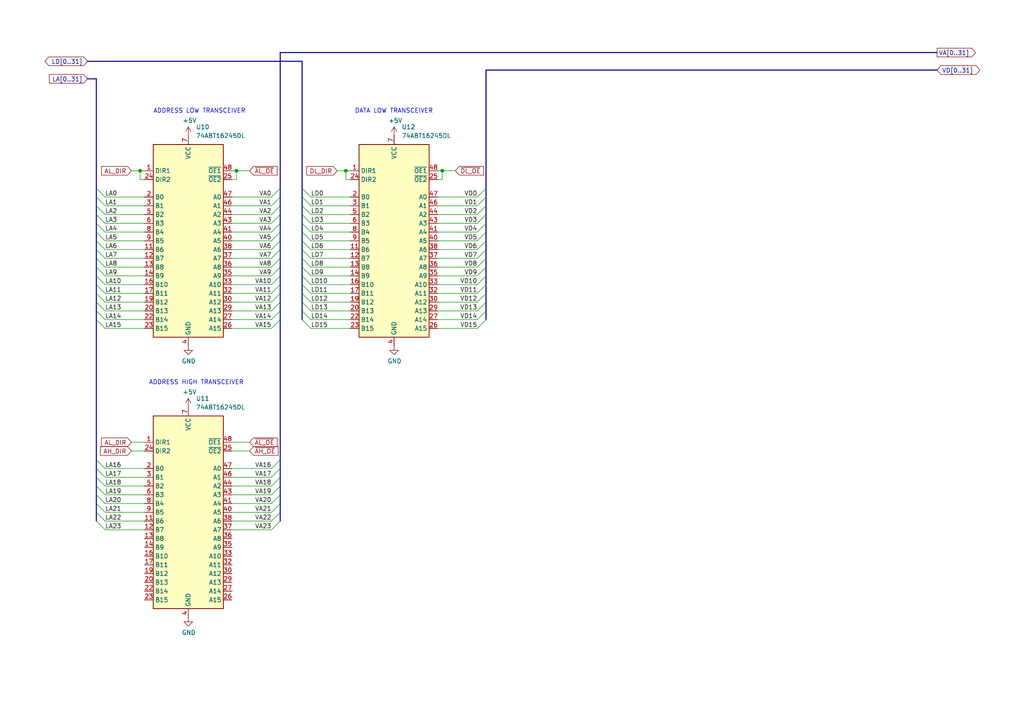
<source format=kicad_sch>
(kicad_sch (version 20231120) (generator "eeschema") (generator_version "8.0")
  (paper "A4")
  (title_block (title "k30-VME32") (rev "1"))
  (junction (at 430.53 127))
  (junction (at 464.82 45.72))
  (junction (at 430.53 134.62))
  (junction (at 427.99 45.72))
  (junction (at 368.3 130.81))
  (junction (at 430.53 132.08))
  (junction (at 430.53 121.92))
  (junction (at 100.33 49.53))
  (junction (at 128.27 49.53))
  (junction (at 430.53 119.38))
  (junction (at 68.58 49.53))
  (junction (at 431.8 111.76))
  (junction (at 492.76 45.72))
  (junction (at 459.74 111.76))
  (junction (at 340.36 130.81))
  (junction (at 430.53 129.54))
  (junction (at 430.53 124.46))
  (junction (at 40.64 49.53))
  (junction (at 400.05 45.72))
  (bus_entry (at 138.43 72.39) (size 2.54 -2.54))
  (bus_entry (at 78.74 95.25) (size 2.54 -2.54))
  (bus_entry (at 30.48 151.13) (size -2.54 -2.54))
  (bus_entry (at 450.85 55.88) (size -2.54 -2.54))
  (bus_entry (at 330.2 168.91) (size -2.54 -2.54))
  (bus_entry (at 469.9 157.48) (size 2.54 -2.54))
  (bus_entry (at 90.17 77.47) (size -2.54 -2.54))
  (bus_entry (at 138.43 77.47) (size 2.54 -2.54))
  (bus_entry (at 30.48 82.55) (size -2.54 -2.54))
  (bus_entry (at 330.2 143.51) (size -2.54 -2.54))
  (bus_entry (at 138.43 67.31) (size 2.54 -2.54))
  (bus_entry (at 506.73 81.28) (size 2.54 -2.54))
  (bus_entry (at 440.69 86.36) (size 2.54 -2.54))
  (bus_entry (at 330.2 171.45) (size -2.54 -2.54))
  (bus_entry (at 330.2 153.67) (size -2.54 -2.54))
  (bus_entry (at 387.35 86.36) (size -2.54 -2.54))
  (bus_entry (at 450.85 78.74) (size -2.54 -2.54))
  (bus_entry (at 138.43 87.63) (size 2.54 -2.54))
  (bus_entry (at 469.9 132.08) (size 2.54 -2.54))
  (bus_entry (at 387.35 58.42) (size -2.54 -2.54))
  (bus_entry (at 78.74 62.23) (size 2.54 -2.54))
  (bus_entry (at 90.17 67.31) (size -2.54 -2.54))
  (bus_entry (at 138.43 80.01) (size 2.54 -2.54))
  (bus_entry (at 450.85 63.5) (size -2.54 -2.54))
  (bus_entry (at 80.01 227.33) (size 2.54 -2.54))
  (bus_entry (at 90.17 64.77) (size -2.54 -2.54))
  (bus_entry (at 30.48 153.67) (size -2.54 -2.54))
  (bus_entry (at 30.48 146.05) (size -2.54 -2.54))
  (bus_entry (at 469.9 129.54) (size 2.54 -2.54))
  (bus_entry (at 78.74 148.59) (size 2.54 -2.54))
  (bus_entry (at 30.48 80.01) (size -2.54 -2.54))
  (bus_entry (at 138.43 62.23) (size 2.54 -2.54))
  (bus_entry (at 387.35 68.58) (size -2.54 -2.54))
  (bus_entry (at 469.9 124.46) (size 2.54 -2.54))
  (bus_entry (at 450.85 76.2) (size -2.54 -2.54))
  (bus_entry (at 440.69 53.34) (size 2.54 -2.54))
  (bus_entry (at 387.35 78.74) (size -2.54 -2.54))
  (bus_entry (at 387.35 81.28) (size -2.54 -2.54))
  (bus_entry (at 506.73 53.34) (size 2.54 -2.54))
  (bus_entry (at 469.9 139.7) (size 2.54 -2.54))
  (bus_entry (at 30.48 87.63) (size -2.54 -2.54))
  (bus_entry (at 469.9 137.16) (size 2.54 -2.54))
  (bus_entry (at 440.69 58.42) (size 2.54 -2.54))
  (bus_entry (at 506.73 76.2) (size 2.54 -2.54))
  (bus_entry (at 80.01 232.41) (size 2.54 -2.54))
  (bus_entry (at 440.69 66.04) (size 2.54 -2.54))
  (bus_entry (at 387.35 55.88) (size -2.54 -2.54))
  (bus_entry (at 31.75 242.57) (size -2.54 -2.54))
  (bus_entry (at 378.46 166.37) (size 2.54 -2.54))
  (bus_entry (at 387.35 76.2) (size -2.54 -2.54))
  (bus_entry (at 387.35 71.12) (size -2.54 -2.54))
  (bus_entry (at 469.9 147.32) (size 2.54 -2.54))
  (bus_entry (at 31.75 229.87) (size -2.54 -2.54))
  (bus_entry (at 78.74 143.51) (size 2.54 -2.54))
  (bus_entry (at 90.17 90.17) (size -2.54 -2.54))
  (bus_entry (at 450.85 60.96) (size -2.54 -2.54))
  (bus_entry (at 80.01 229.87) (size 2.54 -2.54))
  (bus_entry (at 450.85 66.04) (size -2.54 -2.54))
  (bus_entry (at 378.46 143.51) (size 2.54 -2.54))
  (bus_entry (at 78.74 59.69) (size 2.54 -2.54))
  (bus_entry (at 387.35 66.04) (size -2.54 -2.54))
  (bus_entry (at 450.85 73.66) (size -2.54 -2.54))
  (bus_entry (at 378.46 156.21) (size 2.54 -2.54))
  (bus_entry (at 378.46 171.45) (size 2.54 -2.54))
  (bus_entry (at 330.2 138.43) (size -2.54 -2.54))
  (bus_entry (at 90.17 72.39) (size -2.54 -2.54))
  (bus_entry (at 440.69 55.88) (size 2.54 -2.54))
  (bus_entry (at 78.74 140.97) (size 2.54 -2.54))
  (bus_entry (at 424.18 154.94) (size -2.54 -2.54))
  (bus_entry (at 506.73 63.5) (size 2.54 -2.54))
  (bus_entry (at 30.48 62.23) (size -2.54 -2.54))
  (bus_entry (at 138.43 95.25) (size 2.54 -2.54))
  (bus_entry (at 78.74 64.77) (size 2.54 -2.54))
  (bus_entry (at 80.01 234.95) (size 2.54 -2.54))
  (bus_entry (at 30.48 85.09) (size -2.54 -2.54))
  (bus_entry (at 30.48 64.77) (size -2.54 -2.54))
  (bus_entry (at 78.74 77.47) (size 2.54 -2.54))
  (bus_entry (at 378.46 148.59) (size 2.54 -2.54))
  (bus_entry (at 424.18 139.7) (size -2.54 -2.54))
  (bus_entry (at 78.74 69.85) (size 2.54 -2.54))
  (bus_entry (at 469.9 154.94) (size 2.54 -2.54))
  (bus_entry (at 30.48 92.71) (size -2.54 -2.54))
  (bus_entry (at 90.17 87.63) (size -2.54 -2.54))
  (bus_entry (at 78.74 57.15) (size 2.54 -2.54))
  (bus_entry (at 387.35 88.9) (size -2.54 -2.54))
  (bus_entry (at 440.69 76.2) (size 2.54 -2.54))
  (bus_entry (at 80.01 237.49) (size 2.54 -2.54))
  (bus_entry (at 78.74 74.93) (size 2.54 -2.54))
  (bus_entry (at 90.17 57.15) (size -2.54 -2.54))
  (bus_entry (at 90.17 80.01) (size -2.54 -2.54))
  (bus_entry (at 378.46 176.53) (size 2.54 -2.54))
  (bus_entry (at 330.2 161.29) (size -2.54 -2.54))
  (bus_entry (at 378.46 173.99) (size 2.54 -2.54))
  (bus_entry (at 30.48 95.25) (size -2.54 -2.54))
  (bus_entry (at 440.69 73.66) (size 2.54 -2.54))
  (bus_entry (at 138.43 82.55) (size 2.54 -2.54))
  (bus_entry (at 424.18 142.24) (size -2.54 -2.54))
  (bus_entry (at 138.43 69.85) (size 2.54 -2.54))
  (bus_entry (at 506.73 73.66) (size 2.54 -2.54))
  (bus_entry (at 424.18 147.32) (size -2.54 -2.54))
  (bus_entry (at 90.17 82.55) (size -2.54 -2.54))
  (bus_entry (at 78.74 138.43) (size 2.54 -2.54))
  (bus_entry (at 30.48 59.69) (size -2.54 -2.54))
  (bus_entry (at 78.74 151.13) (size 2.54 -2.54))
  (bus_entry (at 80.01 242.57) (size 2.54 -2.54))
  (bus_entry (at 506.73 60.96) (size 2.54 -2.54))
  (bus_entry (at 30.48 74.93) (size -2.54 -2.54))
  (bus_entry (at 330.2 173.99) (size -2.54 -2.54))
  (bus_entry (at 450.85 53.34) (size -2.54 -2.54))
  (bus_entry (at 440.69 88.9) (size 2.54 -2.54))
  (bus_entry (at 138.43 90.17) (size 2.54 -2.54))
  (bus_entry (at 424.18 157.48) (size -2.54 -2.54))
  (bus_entry (at 378.46 163.83) (size 2.54 -2.54))
  (bus_entry (at 469.9 142.24) (size 2.54 -2.54))
  (bus_entry (at 30.48 69.85) (size -2.54 -2.54))
  (bus_entry (at 450.85 71.12) (size -2.54 -2.54))
  (bus_entry (at 378.46 161.29) (size 2.54 -2.54))
  (bus_entry (at 330.2 166.37) (size -2.54 -2.54))
  (bus_entry (at 440.69 83.82) (size 2.54 -2.54))
  (bus_entry (at 138.43 85.09) (size 2.54 -2.54))
  (bus_entry (at 31.75 232.41) (size -2.54 -2.54))
  (bus_entry (at 387.35 91.44) (size -2.54 -2.54))
  (bus_entry (at 506.73 71.12) (size 2.54 -2.54))
  (bus_entry (at 31.75 237.49) (size -2.54 -2.54))
  (bus_entry (at 30.48 138.43) (size -2.54 -2.54))
  (bus_entry (at 78.74 85.09) (size 2.54 -2.54))
  (bus_entry (at 450.85 83.82) (size -2.54 -2.54))
  (bus_entry (at 378.46 158.75) (size 2.54 -2.54))
  (bus_entry (at 506.73 55.88) (size 2.54 -2.54))
  (bus_entry (at 506.73 88.9) (size 2.54 -2.54))
  (bus_entry (at 450.85 58.42) (size -2.54 -2.54))
  (bus_entry (at 469.9 121.92) (size 2.54 -2.54))
  (bus_entry (at 469.9 119.38) (size 2.54 -2.54))
  (bus_entry (at 80.01 240.03) (size 2.54 -2.54))
  (bus_entry (at 506.73 68.58) (size 2.54 -2.54))
  (bus_entry (at 469.9 144.78) (size 2.54 -2.54))
  (bus_entry (at 378.46 146.05) (size 2.54 -2.54))
  (bus_entry (at 138.43 74.93) (size 2.54 -2.54))
  (bus_entry (at 31.75 227.33) (size -2.54 -2.54))
  (bus_entry (at 378.46 151.13) (size 2.54 -2.54))
  (bus_entry (at 138.43 59.69) (size 2.54 -2.54))
  (bus_entry (at 31.75 240.03) (size -2.54 -2.54))
  (bus_entry (at 90.17 69.85) (size -2.54 -2.54))
  (bus_entry (at 90.17 85.09) (size -2.54 -2.54))
  (bus_entry (at 78.74 146.05) (size 2.54 -2.54))
  (bus_entry (at 90.17 74.93) (size -2.54 -2.54))
  (bus_entry (at 330.2 140.97) (size -2.54 -2.54))
  (bus_entry (at 30.48 72.39) (size -2.54 -2.54))
  (bus_entry (at 506.73 78.74) (size 2.54 -2.54))
  (bus_entry (at 440.69 60.96) (size 2.54 -2.54))
  (bus_entry (at 387.35 63.5) (size -2.54 -2.54))
  (bus_entry (at 387.35 83.82) (size -2.54 -2.54))
  (bus_entry (at 30.48 140.97) (size -2.54 -2.54))
  (bus_entry (at 30.48 143.51) (size -2.54 -2.54))
  (bus_entry (at 469.9 134.62) (size 2.54 -2.54))
  (bus_entry (at 506.73 86.36) (size 2.54 -2.54))
  (bus_entry (at 378.46 138.43) (size 2.54 -2.54))
  (bus_entry (at 78.74 87.63) (size 2.54 -2.54))
  (bus_entry (at 90.17 92.71) (size -2.54 -2.54))
  (bus_entry (at 424.18 152.4) (size -2.54 -2.54))
  (bus_entry (at 469.9 127) (size 2.54 -2.54))
  (bus_entry (at 440.69 63.5) (size 2.54 -2.54))
  (bus_entry (at 30.48 90.17) (size -2.54 -2.54))
  (bus_entry (at 30.48 67.31) (size -2.54 -2.54))
  (bus_entry (at 30.48 57.15) (size -2.54 -2.54))
  (bus_entry (at 440.69 78.74) (size 2.54 -2.54))
  (bus_entry (at 424.18 149.86) (size -2.54 -2.54))
  (bus_entry (at 31.75 224.79) (size -2.54 -2.54))
  (bus_entry (at 138.43 57.15) (size 2.54 -2.54))
  (bus_entry (at 78.74 135.89) (size 2.54 -2.54))
  (bus_entry (at 450.85 86.36) (size -2.54 -2.54))
  (bus_entry (at 330.2 163.83) (size -2.54 -2.54))
  (bus_entry (at 387.35 73.66) (size -2.54 -2.54))
  (bus_entry (at 506.73 91.44) (size 2.54 -2.54))
  (bus_entry (at 506.73 83.82) (size 2.54 -2.54))
  (bus_entry (at 330.2 176.53) (size -2.54 -2.54))
  (bus_entry (at 330.2 156.21) (size -2.54 -2.54))
  (bus_entry (at 450.85 68.58) (size -2.54 -2.54))
  (bus_entry (at 506.73 58.42) (size 2.54 -2.54))
  (bus_entry (at 78.74 92.71) (size 2.54 -2.54))
  (bus_entry (at 330.2 148.59) (size -2.54 -2.54))
  (bus_entry (at 450.85 88.9) (size -2.54 -2.54))
  (bus_entry (at 330.2 158.75) (size -2.54 -2.54))
  (bus_entry (at 78.74 90.17) (size 2.54 -2.54))
  (bus_entry (at 378.46 140.97) (size 2.54 -2.54))
  (bus_entry (at 469.9 152.4) (size 2.54 -2.54))
  (bus_entry (at 440.69 68.58) (size 2.54 -2.54))
  (bus_entry (at 440.69 81.28) (size 2.54 -2.54))
  (bus_entry (at 90.17 62.23) (size -2.54 -2.54))
  (bus_entry (at 31.75 234.95) (size -2.54 -2.54))
  (bus_entry (at 450.85 91.44) (size -2.54 -2.54))
  (bus_entry (at 440.69 91.44) (size 2.54 -2.54))
  (bus_entry (at 440.69 71.12) (size 2.54 -2.54))
  (bus_entry (at 90.17 59.69) (size -2.54 -2.54))
  (bus_entry (at 80.01 224.79) (size 2.54 -2.54))
  (bus_entry (at 424.18 144.78) (size -2.54 -2.54))
  (bus_entry (at 450.85 81.28) (size -2.54 -2.54))
  (bus_entry (at 330.2 151.13) (size -2.54 -2.54))
  (bus_entry (at 469.9 149.86) (size 2.54 -2.54))
  (bus_entry (at 378.46 168.91) (size 2.54 -2.54))
  (bus_entry (at 78.74 153.67) (size 2.54 -2.54))
  (bus_entry (at 90.17 95.25) (size -2.54 -2.54))
  (bus_entry (at 378.46 153.67) (size 2.54 -2.54))
  (bus_entry (at 78.74 80.01) (size 2.54 -2.54))
  (bus_entry (at 387.35 60.96) (size -2.54 -2.54))
  (bus_entry (at 506.73 66.04) (size 2.54 -2.54))
  (bus_entry (at 138.43 64.77) (size 2.54 -2.54))
  (bus_entry (at 30.48 135.89) (size -2.54 -2.54))
  (bus_entry (at 78.74 72.39) (size 2.54 -2.54))
  (bus_entry (at 30.48 148.59) (size -2.54 -2.54))
  (bus_entry (at 330.2 146.05) (size -2.54 -2.54))
  (bus_entry (at 78.74 67.31) (size 2.54 -2.54))
  (bus_entry (at 138.43 92.71) (size 2.54 -2.54))
  (bus_entry (at 30.48 77.47) (size -2.54 -2.54))
  (bus_entry (at 78.74 82.55) (size 2.54 -2.54))
  (bus_entry (at 387.35 53.34) (size -2.54 -2.54))
  (bus (pts (xy 29.21 234.95) (xy 29.21 237.49)))
  (wire (pts (xy 41.91 148.59) (xy 30.48 148.59)))
  (bus (pts (xy 87.63 64.77) (xy 87.63 67.31)))
  (bus (pts (xy 327.66 146.05) (xy 327.66 148.59)))
  (wire (pts (xy 458.47 157.48) (xy 469.9 157.48)))
  (wire (pts (xy 458.47 154.94) (xy 469.9 154.94)))
  (wire (pts (xy 491.49 58.42) (xy 506.73 58.42)))
  (bus (pts (xy 29.21 232.41) (xy 29.21 234.95)))
  (bus (pts (xy 140.97 77.47) (xy 140.97 80.01)))
  (bus (pts (xy 82.55 232.41) (xy 82.55 234.95)))
  (bus (pts (xy 509.27 53.34) (xy 509.27 55.88)))
  (bus (pts (xy 381 158.75) (xy 381 161.29)))
  (bus (pts (xy 448.31 60.96) (xy 448.31 58.42)))
  (bus (pts (xy 509.27 83.82) (xy 509.27 86.36)))
  (wire (pts (xy 491.49 91.44) (xy 506.73 91.44)))
  (wire (pts (xy 101.6 52.07) (xy 100.33 52.07)))
  (wire (pts (xy 100.33 49.53) (xy 101.6 49.53)))
  (bus (pts (xy 87.63 77.47) (xy 87.63 80.01)))
  (wire (pts (xy 433.07 157.48) (xy 424.18 157.48)))
  (bus (pts (xy 81.28 15.24) (xy 81.28 54.61)))
  (bus (pts (xy 327.66 166.37) (xy 327.66 168.91)))
  (wire (pts (xy 341.63 171.45) (xy 330.2 171.45)))
  (wire (pts (xy 367.03 168.91) (xy 378.46 168.91)))
  (wire (pts (xy 68.58 240.03) (xy 80.01 240.03)))
  (wire (pts (xy 67.31 72.39) (xy 78.74 72.39)))
  (wire (pts (xy 340.36 133.35) (xy 340.36 130.81)))
  (wire (pts (xy 426.72 88.9) (xy 440.69 88.9)))
  (wire (pts (xy 80.01 232.41) (xy 68.58 232.41)))
  (wire (pts (xy 424.18 139.7) (xy 433.07 139.7)))
  (wire (pts (xy 330.2 158.75) (xy 341.63 158.75)))
  (wire (pts (xy 491.49 55.88) (xy 506.73 55.88)))
  (wire (pts (xy 43.18 240.03) (xy 31.75 240.03)))
  (wire (pts (xy 41.91 74.93) (xy 30.48 74.93)))
  (wire (pts (xy 387.35 60.96) (xy 401.32 60.96)))
  (wire (pts (xy 367.03 143.51) (xy 378.46 143.51)))
  (wire (pts (xy 378.46 166.37) (xy 367.03 166.37)))
  (wire (pts (xy 78.74 64.77) (xy 67.31 64.77)))
  (wire (pts (xy 430.53 119.38) (xy 430.53 121.92)))
  (wire (pts (xy 401.32 63.5) (xy 387.35 63.5)))
  (wire (pts (xy 138.43 85.09) (xy 127 85.09)))
  (bus (pts (xy 381 151.13) (xy 381 153.67)))
  (bus (pts (xy 327.66 158.75) (xy 327.66 161.29)))
  (bus (pts (xy 87.63 57.15) (xy 87.63 59.69)))
  (bus (pts (xy 448.31 53.34) (xy 448.31 50.8)))
  (bus (pts (xy 448.31 55.88) (xy 448.31 53.34)))
  (wire (pts (xy 458.47 127) (xy 469.9 127)))
  (bus (pts (xy 472.44 147.32) (xy 472.44 149.86)))
  (bus (pts (xy 81.28 62.23) (xy 81.28 64.77)))
  (wire (pts (xy 458.47 137.16) (xy 469.9 137.16)))
  (wire (pts (xy 67.31 49.53) (xy 68.58 49.53)))
  (wire (pts (xy 426.72 91.44) (xy 440.69 91.44)))
  (wire (pts (xy 401.32 58.42) (xy 387.35 58.42)))
  (wire (pts (xy 427.99 48.26) (xy 427.99 45.72)))
  (wire (pts (xy 100.33 52.07) (xy 100.33 49.53)))
  (wire (pts (xy 450.85 73.66) (xy 466.09 73.66)))
  (wire (pts (xy 127 67.31) (xy 138.43 67.31)))
  (bus (pts (xy 443.23 53.34) (xy 443.23 55.88)))
  (wire (pts (xy 67.31 153.67) (xy 78.74 153.67)))
  (bus (pts (xy 472.44 132.08) (xy 472.44 134.62)))
  (wire (pts (xy 433.07 154.94) (xy 424.18 154.94)))
  (wire (pts (xy 429.26 111.76) (xy 431.8 111.76)))
  (wire (pts (xy 127 62.23) (xy 138.43 62.23)))
  (bus (pts (xy 140.97 20.32) (xy 271.78 20.32)))
  (wire (pts (xy 450.85 60.96) (xy 466.09 60.96)))
  (bus (pts (xy 27.94 54.61) (xy 27.94 57.15)))
  (wire (pts (xy 41.91 87.63) (xy 30.48 87.63)))
  (wire (pts (xy 401.32 55.88) (xy 387.35 55.88)))
  (bus (pts (xy 81.28 15.24) (xy 271.78 15.24)))
  (bus (pts (xy 448.31 68.58) (xy 448.31 66.04)))
  (wire (pts (xy 67.31 74.93) (xy 78.74 74.93)))
  (bus (pts (xy 82.55 237.49) (xy 82.55 240.03)))
  (bus (pts (xy 384.81 55.88) (xy 384.81 58.42)))
  (bus (pts (xy 384.81 20.32) (xy 384.81 50.8)))
  (bus (pts (xy 448.31 76.2) (xy 448.31 73.66)))
  (wire (pts (xy 68.58 52.07) (xy 68.58 49.53)))
  (wire (pts (xy 466.09 91.44) (xy 450.85 91.44)))
  (wire (pts (xy 491.49 86.36) (xy 506.73 86.36)))
  (bus (pts (xy 327.66 148.59) (xy 327.66 151.13)))
  (bus (pts (xy 443.23 66.04) (xy 443.23 68.58)))
  (wire (pts (xy 367.03 176.53) (xy 378.46 176.53)))
  (wire (pts (xy 80.01 224.79) (xy 68.58 224.79)))
  (wire (pts (xy 466.09 66.04) (xy 450.85 66.04)))
  (bus (pts (xy 448.31 78.74) (xy 448.31 76.2)))
  (wire (pts (xy 459.74 114.3) (xy 459.74 111.76)))
  (bus (pts (xy 27.94 57.15) (xy 27.94 59.69)))
  (bus (pts (xy 509.27 66.04) (xy 509.27 68.58)))
  (wire (pts (xy 68.58 237.49) (xy 80.01 237.49)))
  (bus (pts (xy 27.94 62.23) (xy 27.94 64.77)))
  (wire (pts (xy 430.53 127) (xy 430.53 129.54)))
  (bus (pts (xy 29.21 229.87) (xy 29.21 232.41)))
  (bus (pts (xy 82.55 222.25) (xy 82.55 224.79)))
  (bus (pts (xy 384.81 53.34) (xy 384.81 55.88)))
  (wire (pts (xy 458.47 134.62) (xy 469.9 134.62)))
  (bus (pts (xy 472.44 124.46) (xy 472.44 127)))
  (bus (pts (xy 87.63 69.85) (xy 87.63 72.39)))
  (wire (pts (xy 400.05 45.72) (xy 401.32 45.72)))
  (bus (pts (xy 421.64 147.32) (xy 421.64 144.78)))
  (bus (pts (xy 421.64 144.78) (xy 421.64 142.24)))
  (wire (pts (xy 127 69.85) (xy 138.43 69.85)))
  (bus (pts (xy 384.81 78.74) (xy 384.81 81.28)))
  (wire (pts (xy 440.69 81.28) (xy 426.72 81.28)))
  (bus (pts (xy 421.64 139.7) (xy 421.64 137.16)))
  (bus (pts (xy 448.31 83.82) (xy 448.31 81.28)))
  (wire (pts (xy 30.48 135.89) (xy 41.91 135.89)))
  (wire (pts (xy 426.72 48.26) (xy 427.99 48.26)))
  (bus (pts (xy 384.81 81.28) (xy 384.81 83.82)))
  (bus (pts (xy 27.94 82.55) (xy 27.94 85.09)))
  (bus (pts (xy 421.64 133.35) (xy 417.83 133.35)))
  (wire (pts (xy 127 59.69) (xy 138.43 59.69)))
  (bus (pts (xy 27.94 77.47) (xy 27.94 80.01)))
  (bus (pts (xy 509.27 71.12) (xy 509.27 73.66)))
  (wire (pts (xy 367.03 161.29) (xy 378.46 161.29)))
  (wire (pts (xy 67.31 87.63) (xy 78.74 87.63)))
  (wire (pts (xy 450.85 53.34) (xy 466.09 53.34)))
  (bus (pts (xy 29.21 227.33) (xy 29.21 229.87)))
  (wire (pts (xy 67.31 59.69) (xy 78.74 59.69)))
  (bus (pts (xy 140.97 64.77) (xy 140.97 67.31)))
  (wire (pts (xy 78.74 135.89) (xy 67.31 135.89)))
  (bus (pts (xy 384.81 63.5) (xy 384.81 66.04)))
  (bus (pts (xy 472.44 134.62) (xy 472.44 137.16)))
  (wire (pts (xy 41.91 72.39) (xy 30.48 72.39)))
  (wire (pts (xy 466.09 86.36) (xy 450.85 86.36)))
  (wire (pts (xy 458.47 152.4) (xy 469.9 152.4)))
  (wire (pts (xy 430.53 129.54) (xy 433.07 129.54)))
  (bus (pts (xy 381 143.51) (xy 381 146.05)))
  (bus (pts (xy 443.23 60.96) (xy 443.23 63.5)))
  (bus (pts (xy 140.97 59.69) (xy 140.97 62.23)))
  (bus (pts (xy 448.31 58.42) (xy 448.31 55.88)))
  (bus (pts (xy 81.28 67.31) (xy 81.28 69.85)))
  (bus (pts (xy 476.25 115.57) (xy 472.44 115.57)))
  (bus (pts (xy 81.28 77.47) (xy 81.28 80.01)))
  (wire (pts (xy 101.6 80.01) (xy 90.17 80.01)))
  (bus (pts (xy 87.63 90.17) (xy 87.63 92.71)))
  (wire (pts (xy 38.1 49.53) (xy 40.64 49.53)))
  (bus (pts (xy 29.21 224.79) (xy 29.21 227.33)))
  (bus (pts (xy 81.28 72.39) (xy 81.28 74.93)))
  (wire (pts (xy 68.58 242.57) (xy 80.01 242.57)))
  (wire (pts (xy 397.51 45.72) (xy 400.05 45.72)))
  (bus (pts (xy 27.94 148.59) (xy 27.94 151.13)))
  (bus (pts (xy 509.27 78.74) (xy 509.27 81.28)))
  (bus (pts (xy 327.66 163.83) (xy 327.66 166.37)))
  (bus (pts (xy 87.63 54.61) (xy 87.63 17.78)))
  (wire (pts (xy 41.91 67.31) (xy 30.48 67.31)))
  (bus (pts (xy 25.4 22.86) (xy 27.94 22.86)))
  (bus (pts (xy 381 171.45) (xy 381 173.99)))
  (wire (pts (xy 387.35 53.34) (xy 401.32 53.34)))
  (wire (pts (xy 67.31 128.27) (xy 72.39 128.27)))
  (wire (pts (xy 426.72 68.58) (xy 440.69 68.58)))
  (wire (pts (xy 430.53 121.92) (xy 433.07 121.92)))
  (wire (pts (xy 426.72 58.42) (xy 440.69 58.42)))
  (wire (pts (xy 43.18 229.87) (xy 31.75 229.87)))
  (wire (pts (xy 458.47 111.76) (xy 459.74 111.76)))
  (bus (pts (xy 443.23 86.36) (xy 443.23 88.9)))
  (wire (pts (xy 458.47 119.38) (xy 469.9 119.38)))
  (wire (pts (xy 101.6 92.71) (xy 90.17 92.71)))
  (wire (pts (xy 341.63 173.99) (xy 330.2 173.99)))
  (bus (pts (xy 381 161.29) (xy 381 163.83)))
  (bus (pts (xy 472.44 119.38) (xy 472.44 121.92)))
  (bus (pts (xy 384.81 86.36) (xy 384.81 88.9)))
  (wire (pts (xy 101.6 59.69) (xy 90.17 59.69)))
  (bus (pts (xy 509.27 63.5) (xy 509.27 66.04)))
  (bus (pts (xy 27.94 85.09) (xy 27.94 87.63)))
  (wire (pts (xy 67.31 138.43) (xy 78.74 138.43)))
  (bus (pts (xy 448.31 63.5) (xy 448.31 60.96)))
  (bus (pts (xy 443.23 76.2) (xy 443.23 78.74)))
  (wire (pts (xy 458.47 144.78) (xy 469.9 144.78)))
  (wire (pts (xy 67.31 92.71) (xy 78.74 92.71)))
  (bus (pts (xy 81.28 90.17) (xy 81.28 92.71)))
  (wire (pts (xy 424.18 147.32) (xy 433.07 147.32)))
  (bus (pts (xy 448.31 73.66) (xy 448.31 71.12)))
  (bus (pts (xy 327.66 168.91) (xy 327.66 171.45)))
  (bus (pts (xy 82.55 224.79) (xy 82.55 227.33)))
  (bus (pts (xy 443.23 55.88) (xy 443.23 58.42)))
  (bus (pts (xy 27.94 92.71) (xy 27.94 133.35)))
  (bus (pts (xy 421.64 149.86) (xy 421.64 147.32)))
  (wire (pts (xy 430.53 134.62) (xy 433.07 134.62)))
  (wire (pts (xy 430.53 132.08) (xy 430.53 134.62)))
  (bus (pts (xy 81.28 148.59) (xy 81.28 151.13)))
  (bus (pts (xy 509.27 68.58) (xy 509.27 71.12)))
  (bus (pts (xy 81.28 57.15) (xy 81.28 59.69)))
  (wire (pts (xy 458.47 147.32) (xy 469.9 147.32)))
  (bus (pts (xy 381 153.67) (xy 381 156.21)))
  (wire (pts (xy 430.53 132.08) (xy 433.07 132.08)))
  (wire (pts (xy 378.46 158.75) (xy 367.03 158.75)))
  (wire (pts (xy 138.43 57.15) (xy 127 57.15)))
  (wire (pts (xy 433.07 114.3) (xy 431.8 114.3)))
  (wire (pts (xy 401.32 66.04) (xy 387.35 66.04)))
  (bus (pts (xy 140.97 82.55) (xy 140.97 85.09)))
  (wire (pts (xy 78.74 85.09) (xy 67.31 85.09)))
  (wire (pts (xy 67.31 140.97) (xy 78.74 140.97)))
  (bus (pts (xy 443.23 83.82) (xy 443.23 86.36)))
  (wire (pts (xy 68.58 49.53) (xy 72.39 49.53)))
  (bus (pts (xy 509.27 50.8) (xy 509.27 53.34)))
  (wire (pts (xy 341.63 161.29) (xy 330.2 161.29)))
  (bus (pts (xy 448.31 50.8) (xy 448.31 20.32)))
  (wire (pts (xy 462.28 45.72) (xy 464.82 45.72)))
  (wire (pts (xy 43.18 234.95) (xy 31.75 234.95)))
  (wire (pts (xy 491.49 71.12) (xy 506.73 71.12)))
  (bus (pts (xy 29.21 222.25) (xy 29.21 224.79)))
  (bus (pts (xy 421.64 142.24) (xy 421.64 139.7)))
  (bus (pts (xy 472.44 137.16) (xy 472.44 139.7)))
  (wire (pts (xy 367.03 173.99) (xy 378.46 173.99)))
  (wire (pts (xy 367.03 148.59) (xy 378.46 148.59)))
  (bus (pts (xy 381 140.97) (xy 381 143.51)))
  (wire (pts (xy 433.07 144.78) (xy 424.18 144.78)))
  (wire (pts (xy 41.91 80.01) (xy 30.48 80.01)))
  (bus (pts (xy 384.81 58.42) (xy 384.81 60.96)))
  (bus (pts (xy 140.97 74.93) (xy 140.97 77.47)))
  (wire (pts (xy 506.73 53.34) (xy 491.49 53.34)))
  (bus (pts (xy 27.94 138.43) (xy 27.94 140.97)))
  (bus (pts (xy 472.44 139.7) (xy 472.44 142.24)))
  (bus (pts (xy 381 156.21) (xy 381 158.75)))
  (bus (pts (xy 81.28 59.69) (xy 81.28 62.23)))
  (wire (pts (xy 440.69 73.66) (xy 426.72 73.66)))
  (bus (pts (xy 327.66 138.43) (xy 327.66 140.97)))
  (bus (pts (xy 81.28 64.77) (xy 81.28 67.31)))
  (wire (pts (xy 41.91 153.67) (xy 30.48 153.67)))
  (bus (pts (xy 327.66 135.89) (xy 327.66 138.43)))
  (wire (pts (xy 341.63 153.67) (xy 330.2 153.67)))
  (wire (pts (xy 41.91 90.17) (xy 30.48 90.17)))
  (bus (pts (xy 421.64 154.94) (xy 421.64 152.4)))
  (wire (pts (xy 378.46 138.43) (xy 367.03 138.43)))
  (wire (pts (xy 458.47 149.86) (xy 469.9 149.86)))
  (bus (pts (xy 327.66 156.21) (xy 327.66 158.75)))
  (wire (pts (xy 78.74 143.51) (xy 67.31 143.51)))
  (wire (pts (xy 90.17 57.15) (xy 101.6 57.15)))
  (bus (pts (xy 448.31 20.32) (xy 384.81 20.32)))
  (bus (pts (xy 81.28 143.51) (xy 81.28 146.05)))
  (wire (pts (xy 337.82 130.81) (xy 340.36 130.81)))
  (bus (pts (xy 509.27 76.2) (xy 509.27 78.74)))
  (wire (pts (xy 367.03 153.67) (xy 378.46 153.67)))
  (wire (pts (xy 466.09 63.5) (xy 450.85 63.5)))
  (wire (pts (xy 31.75 224.79) (xy 43.18 224.79)))
  (wire (pts (xy 30.48 77.47) (xy 41.91 77.47)))
  (bus (pts (xy 384.81 76.2) (xy 384.81 78.74)))
  (bus (pts (xy 82.55 229.87) (xy 82.55 232.41)))
  (bus (pts (xy 87.63 72.39) (xy 87.63 74.93)))
  (wire (pts (xy 458.47 121.92) (xy 469.9 121.92)))
  (bus (pts (xy 443.23 68.58) (xy 443.23 71.12)))
  (wire (pts (xy 41.91 52.07) (xy 40.64 52.07)))
  (wire (pts (xy 67.31 95.25) (xy 78.74 95.25)))
  (wire (pts (xy 431.8 114.3) (xy 431.8 111.76)))
  (wire (pts (xy 491.49 88.9) (xy 506.73 88.9)))
  (wire (pts (xy 67.31 69.85) (xy 78.74 69.85)))
  (wire (pts (xy 101.6 95.25) (xy 90.17 95.25)))
  (bus (pts (xy 81.28 146.05) (xy 81.28 148.59)))
  (bus (pts (xy 448.31 71.12) (xy 448.31 68.58)))
  (bus (pts (xy 87.63 59.69) (xy 87.63 62.23)))
  (bus (pts (xy 472.44 144.78) (xy 472.44 147.32)))
  (bus (pts (xy 384.81 60.96) (xy 384.81 63.5)))
  (wire (pts (xy 464.82 48.26) (xy 464.82 45.72)))
  (wire (pts (xy 341.63 148.59) (xy 330.2 148.59)))
  (wire (pts (xy 101.6 72.39) (xy 90.17 72.39)))
  (wire (pts (xy 466.09 88.9) (xy 450.85 88.9)))
  (bus (pts (xy 448.31 66.04) (xy 448.31 63.5)))
  (wire (pts (xy 101.6 90.17) (xy 90.17 90.17)))
  (wire (pts (xy 426.72 83.82) (xy 440.69 83.82)))
  (bus (pts (xy 140.97 87.63) (xy 140.97 90.17)))
  (wire (pts (xy 67.31 148.59) (xy 78.74 148.59)))
  (wire (pts (xy 341.63 176.53) (xy 330.2 176.53)))
  (wire (pts (xy 101.6 87.63) (xy 90.17 87.63)))
  (wire (pts (xy 430.53 127) (xy 433.07 127)))
  (bus (pts (xy 27.94 59.69) (xy 27.94 62.23)))
  (wire (pts (xy 90.17 64.77) (xy 101.6 64.77)))
  (wire (pts (xy 341.63 163.83) (xy 330.2 163.83)))
  (bus (pts (xy 509.27 81.28) (xy 509.27 83.82)))
  (bus (pts (xy 81.28 133.35) (xy 81.28 135.89)))
  (bus (pts (xy 87.63 82.55) (xy 87.63 85.09)))
  (wire (pts (xy 458.47 132.08) (xy 469.9 132.08)))
  (bus (pts (xy 27.94 72.39) (xy 27.94 74.93)))
  (wire (pts (xy 466.09 58.42) (xy 450.85 58.42)))
  (bus (pts (xy 421.64 137.16) (xy 421.64 133.35)))
  (wire (pts (xy 127 80.01) (xy 138.43 80.01)))
  (bus (pts (xy 384.81 83.82) (xy 384.81 86.36)))
  (wire (pts (xy 491.49 63.5) (xy 506.73 63.5)))
  (bus (pts (xy 27.94 143.51) (xy 27.94 146.05)))
  (bus (pts (xy 443.23 50.8) (xy 443.23 53.34)))
  (wire (pts (xy 43.18 227.33) (xy 31.75 227.33)))
  (bus (pts (xy 82.55 234.95) (xy 82.55 237.49)))
  (bus (pts (xy 472.44 129.54) (xy 472.44 132.08)))
  (wire (pts (xy 415.29 119.38) (xy 430.53 119.38)))
  (wire (pts (xy 426.72 45.72) (xy 427.99 45.72)))
  (wire (pts (xy 426.72 63.5) (xy 440.69 63.5)))
  (bus (pts (xy 509.27 55.88) (xy 509.27 58.42)))
  (bus (pts (xy 327.66 143.51) (xy 327.66 146.05)))
  (wire (pts (xy 466.09 68.58) (xy 450.85 68.58)))
  (wire (pts (xy 67.31 130.81) (xy 72.39 130.81)))
  (bus (pts (xy 87.63 85.09) (xy 87.63 87.63)))
  (wire (pts (xy 426.72 55.88) (xy 440.69 55.88)))
  (wire (pts (xy 440.69 60.96) (xy 426.72 60.96)))
  (wire (pts (xy 38.1 128.27) (xy 41.91 128.27)))
  (wire (pts (xy 491.49 48.26) (xy 492.76 48.26)))
  (wire (pts (xy 430.53 129.54) (xy 430.53 132.08)))
  (wire (pts (xy 67.31 146.05) (xy 78.74 146.05)))
  (bus (pts (xy 421.64 152.4) (xy 421.64 149.86)))
  (wire (pts (xy 401.32 78.74) (xy 387.35 78.74)))
  (wire (pts (xy 30.48 64.77) (xy 41.91 64.77)))
  (bus (pts (xy 443.23 58.42) (xy 443.23 60.96)))
  (bus (pts (xy 472.44 127) (xy 472.44 129.54)))
  (wire (pts (xy 127 49.53) (xy 128.27 49.53)))
  (wire (pts (xy 401.32 48.26) (xy 400.05 48.26)))
  (bus (pts (xy 140.97 57.15) (xy 140.97 59.69)))
  (bus (pts (xy 87.63 54.61) (xy 87.63 57.15)))
  (bus (pts (xy 448.31 88.9) (xy 448.31 86.36)))
  (bus (pts (xy 472.44 142.24) (xy 472.44 144.78)))
  (bus (pts (xy 381 135.89) (xy 381 138.43)))
  (bus (pts (xy 509.27 60.96) (xy 509.27 63.5)))
  (bus (pts (xy 140.97 80.01) (xy 140.97 82.55)))
  (wire (pts (xy 67.31 62.23) (xy 78.74 62.23)))
  (wire (pts (xy 341.63 156.21) (xy 330.2 156.21)))
  (bus (pts (xy 87.63 17.78) (xy 25.4 17.78)))
  (bus (pts (xy 81.28 135.89) (xy 81.28 138.43)))
  (wire (pts (xy 68.58 234.95) (xy 80.01 234.95)))
  (wire (pts (xy 367.03 171.45) (xy 378.46 171.45)))
  (wire (pts (xy 387.35 73.66) (xy 401.32 73.66)))
  (wire (pts (xy 426.72 78.74) (xy 440.69 78.74)))
  (bus (pts (xy 27.94 80.01) (xy 27.94 82.55)))
  (wire (pts (xy 127 90.17) (xy 138.43 90.17)))
  (wire (pts (xy 506.73 73.66) (xy 491.49 73.66)))
  (bus (pts (xy 381 148.59) (xy 381 151.13)))
  (wire (pts (xy 466.09 55.88) (xy 450.85 55.88)))
  (bus (pts (xy 381 166.37) (xy 381 168.91)))
  (wire (pts (xy 43.18 237.49) (xy 31.75 237.49)))
  (wire (pts (xy 41.91 59.69) (xy 30.48 59.69)))
  (wire (pts (xy 127 95.25) (xy 138.43 95.25)))
  (wire (pts (xy 78.74 77.47) (xy 67.31 77.47)))
  (wire (pts (xy 430.53 134.62) (xy 430.53 137.16)))
  (bus (pts (xy 443.23 71.12) (xy 443.23 73.66)))
  (bus (pts (xy 381 168.91) (xy 381 171.45)))
  (wire (pts (xy 330.2 146.05) (xy 341.63 146.05)))
  (bus (pts (xy 448.31 86.36) (xy 448.31 83.82)))
  (wire (pts (xy 378.46 146.05) (xy 367.03 146.05)))
  (wire (pts (xy 464.82 45.72) (xy 466.09 45.72)))
  (bus (pts (xy 327.66 140.97) (xy 327.66 143.51)))
  (bus (pts (xy 81.28 82.55) (xy 81.28 85.09)))
  (wire (pts (xy 67.31 151.13) (xy 78.74 151.13)))
  (wire (pts (xy 367.03 133.35) (xy 368.3 133.35)))
  (wire (pts (xy 340.36 130.81) (xy 341.63 130.81)))
  (bus (pts (xy 87.63 62.23) (xy 87.63 64.77)))
  (bus (pts (xy 29.21 237.49) (xy 29.21 240.03)))
  (wire (pts (xy 67.31 80.01) (xy 78.74 80.01)))
  (bus (pts (xy 327.66 151.13) (xy 327.66 153.67)))
  (wire (pts (xy 41.91 92.71) (xy 30.48 92.71)))
  (bus (pts (xy 509.27 86.36) (xy 509.27 88.9)))
  (wire (pts (xy 387.35 81.28) (xy 401.32 81.28)))
  (wire (pts (xy 458.47 114.3) (xy 459.74 114.3)))
  (wire (pts (xy 127 52.07) (xy 128.27 52.07)))
  (bus (pts (xy 448.31 81.28) (xy 448.31 78.74)))
  (bus (pts (xy 140.97 85.09) (xy 140.97 87.63)))
  (wire (pts (xy 41.91 140.97) (xy 30.48 140.97)))
  (bus (pts (xy 27.94 54.61) (xy 27.94 22.86)))
  (wire (pts (xy 433.07 137.16) (xy 430.53 137.16)))
  (wire (pts (xy 30.48 85.09) (xy 41.91 85.09)))
  (wire (pts (xy 341.63 140.97) (xy 330.2 140.97)))
  (wire (pts (xy 68.58 229.87) (xy 80.01 229.87)))
  (wire (pts (xy 426.72 66.04) (xy 440.69 66.04)))
  (bus (pts (xy 472.44 149.86) (xy 472.44 152.4)))
  (wire (pts (xy 30.48 57.15) (xy 41.91 57.15)))
  (bus (pts (xy 81.28 87.63) (xy 81.28 90.17)))
  (bus (pts (xy 140.97 69.85) (xy 140.97 72.39)))
  (bus (pts (xy 472.44 115.57) (xy 472.44 116.84)))
  (wire (pts (xy 415.29 115.57) (xy 415.29 119.38)))
  (wire (pts (xy 491.49 68.58) (xy 506.73 68.58)))
  (wire (pts (xy 401.32 88.9) (xy 387.35 88.9)))
  (wire (pts (xy 78.74 57.15) (xy 67.31 57.15)))
  (wire (pts (xy 67.31 52.07) (xy 68.58 52.07)))
  (wire (pts (xy 466.09 78.74) (xy 450.85 78.74)))
  (wire (pts (xy 426.72 76.2) (xy 440.69 76.2)))
  (wire (pts (xy 367.03 163.83) (xy 378.46 163.83)))
  (wire (pts (xy 368.3 133.35) (xy 368.3 130.81)))
  (wire (pts (xy 433.07 149.86) (xy 424.18 149.86)))
  (bus (pts (xy 472.44 116.84) (xy 472.44 119.38)))
  (wire (pts (xy 127 74.93) (xy 138.43 74.93)))
  (wire (pts (xy 341.63 133.35) (xy 340.36 133.35)))
  (wire (pts (xy 426.72 86.36) (xy 440.69 86.36)))
  (wire (pts (xy 90.17 77.47) (xy 101.6 77.47)))
  (wire (pts (xy 341.63 143.51) (xy 330.2 143.51)))
  (bus (pts (xy 472.44 121.92) (xy 472.44 124.46)))
  (wire (pts (xy 491.49 78.74) (xy 506.73 78.74)))
  (bus (pts (xy 381 163.83) (xy 381 166.37)))
  (wire (pts (xy 440.69 53.34) (xy 426.72 53.34)))
  (wire (pts (xy 38.1 130.81) (xy 41.91 130.81)))
  (wire (pts (xy 367.03 151.13) (xy 378.46 151.13)))
  (bus (pts (xy 443.23 22.86) (xy 443.23 50.8)))
  (wire (pts (xy 127 72.39) (xy 138.43 72.39)))
  (wire (pts (xy 367.03 130.81) (xy 368.3 130.81)))
  (wire (pts (xy 433.07 152.4) (xy 424.18 152.4)))
  (wire (pts (xy 491.49 45.72) (xy 492.76 45.72)))
  (wire (pts (xy 401.32 83.82) (xy 387.35 83.82)))
  (bus (pts (xy 384.81 66.04) (xy 384.81 68.58)))
  (wire (pts (xy 41.91 62.23) (xy 30.48 62.23)))
  (bus (pts (xy 443.23 73.66) (xy 443.23 76.2)))
  (bus (pts (xy 140.97 67.31) (xy 140.97 69.85)))
  (wire (pts (xy 430.53 119.38) (xy 433.07 119.38)))
  (wire (pts (xy 41.91 138.43) (xy 30.48 138.43)))
  (bus (pts (xy 27.94 87.63) (xy 27.94 90.17)))
  (bus (pts (xy 87.63 67.31) (xy 87.63 69.85)))
  (wire (pts (xy 430.53 121.92) (xy 430.53 124.46)))
  (wire (pts (xy 101.6 67.31) (xy 90.17 67.31)))
  (wire (pts (xy 506.73 81.28) (xy 491.49 81.28)))
  (wire (pts (xy 466.09 76.2) (xy 450.85 76.2)))
  (bus (pts (xy 87.63 80.01) (xy 87.63 82.55)))
  (wire (pts (xy 127 82.55) (xy 138.43 82.55)))
  (bus (pts (xy 140.97 20.32) (xy 140.97 54.61)))
  (bus (pts (xy 82.55 227.33) (xy 82.55 229.87)))
  (bus (pts (xy 327.66 153.67) (xy 327.66 156.21)))
  (wire (pts (xy 341.63 151.13) (xy 330.2 151.13)))
  (bus (pts (xy 327.66 171.45) (xy 327.66 173.99)))
  (wire (pts (xy 41.91 69.85) (xy 30.48 69.85)))
  (wire (pts (xy 401.32 68.58) (xy 387.35 68.58)))
  (wire (pts (xy 401.32 71.12) (xy 387.35 71.12)))
  (bus (pts (xy 27.94 146.05) (xy 27.94 148.59)))
  (wire (pts (xy 367.03 156.21) (xy 378.46 156.21)))
  (wire (pts (xy 431.8 111.76) (xy 433.07 111.76)))
  (wire (pts (xy 341.63 168.91) (xy 330.2 168.91)))
  (bus (pts (xy 384.81 50.8) (xy 384.81 53.34)))
  (bus (pts (xy 443.23 63.5) (xy 443.23 66.04)))
  (bus (pts (xy 81.28 54.61) (xy 81.28 57.15)))
  (bus (pts (xy 27.94 74.93) (xy 27.94 77.47)))
  (wire (pts (xy 138.43 77.47) (xy 127 77.47)))
  (bus (pts (xy 81.28 74.93) (xy 81.28 77.47)))
  (wire (pts (xy 506.73 60.96) (xy 491.49 60.96)))
  (wire (pts (xy 68.58 227.33) (xy 80.01 227.33)))
  (wire (pts (xy 41.91 82.55) (xy 30.48 82.55)))
  (wire (pts (xy 466.09 48.26) (xy 464.82 48.26)))
  (wire (pts (xy 40.64 49.53) (xy 41.91 49.53)))
  (wire (pts (xy 459.74 111.76) (xy 463.55 111.76)))
  (wire (pts (xy 41.91 151.13) (xy 30.48 151.13)))
  (wire (pts (xy 330.2 166.37) (xy 341.63 166.37)))
  (bus (pts (xy 509.27 17.78) (xy 509.27 50.8)))
  (bus (pts (xy 509.27 73.66) (xy 509.27 76.2)))
  (wire (pts (xy 30.48 143.51) (xy 41.91 143.51)))
  (bus (pts (xy 140.97 62.23) (xy 140.97 64.77)))
  (wire (pts (xy 492.76 45.72) (xy 496.57 45.72)))
  (wire (pts (xy 492.76 48.26) (xy 492.76 45.72)))
  (wire (pts (xy 31.75 232.41) (xy 43.18 232.41)))
  (bus (pts (xy 27.94 64.77) (xy 27.94 67.31)))
  (wire (pts (xy 491.49 83.82) (xy 506.73 83.82)))
  (bus (pts (xy 27.94 135.89) (xy 27.94 138.43)))
  (wire (pts (xy 330.2 138.43) (xy 341.63 138.43)))
  (bus (pts (xy 443.23 81.28) (xy 443.23 83.82)))
  (bus (pts (xy 81.28 138.43) (xy 81.28 140.97)))
  (wire (pts (xy 97.79 49.53) (xy 100.33 49.53)))
  (wire (pts (xy 101.6 74.93) (xy 90.17 74.93)))
  (bus (pts (xy 384.81 73.66) (xy 384.81 76.2)))
  (wire (pts (xy 450.85 81.28) (xy 466.09 81.28)))
  (bus (pts (xy 381 138.43) (xy 381 140.97)))
  (bus (pts (xy 27.94 140.97) (xy 27.94 143.51)))
  (wire (pts (xy 466.09 83.82) (xy 450.85 83.82)))
  (bus (pts (xy 27.94 67.31) (xy 27.94 69.85)))
  (wire (pts (xy 368.3 130.81) (xy 372.11 130.81)))
  (wire (pts (xy 401.32 76.2) (xy 387.35 76.2)))
  (bus (pts (xy 140.97 90.17) (xy 140.97 92.71)))
  (wire (pts (xy 127 92.71) (xy 138.43 92.71)))
  (bus (pts (xy 87.63 87.63) (xy 87.63 90.17)))
  (wire (pts (xy 128.27 52.07) (xy 128.27 49.53)))
  (wire (pts (xy 458.47 124.46) (xy 469.9 124.46)))
  (wire (pts (xy 430.53 124.46) (xy 430.53 127)))
  (wire (pts (xy 491.49 66.04) (xy 506.73 66.04)))
  (wire (pts (xy 128.27 49.53) (xy 132.08 49.53)))
  (wire (pts (xy 101.6 69.85) (xy 90.17 69.85)))
  (bus (pts (xy 140.97 54.61) (xy 140.97 57.15)))
  (wire (pts (xy 458.47 139.7) (xy 469.9 139.7)))
  (wire (pts (xy 41.91 95.25) (xy 30.48 95.25)))
  (bus (pts (xy 384.81 68.58) (xy 384.81 71.12)))
  (wire (pts (xy 401.32 91.44) (xy 387.35 91.44)))
  (wire (pts (xy 67.31 82.55) (xy 78.74 82.55)))
  (bus (pts (xy 472.44 152.4) (xy 472.44 154.94)))
  (bus (pts (xy 81.28 69.85) (xy 81.28 72.39)))
  (wire (pts (xy 41.91 146.05) (xy 30.48 146.05)))
  (bus (pts (xy 81.28 92.71) (xy 81.28 133.35)))
  (bus (pts (xy 327.66 161.29) (xy 327.66 163.83)))
  (wire (pts (xy 401.32 86.36) (xy 387.35 86.36)))
  (bus (pts (xy 87.63 74.93) (xy 87.63 77.47)))
  (wire (pts (xy 458.47 129.54) (xy 469.9 129.54)))
  (bus (pts (xy 384.81 71.12) (xy 384.81 73.66)))
  (wire (pts (xy 466.09 71.12) (xy 450.85 71.12)))
  (bus (pts (xy 81.28 80.01) (xy 81.28 82.55)))
  (wire (pts (xy 426.72 71.12) (xy 440.69 71.12)))
  (wire (pts (xy 127 87.63) (xy 138.43 87.63)))
  (bus (pts (xy 81.28 140.97) (xy 81.28 143.51)))
  (bus (pts (xy 140.97 72.39) (xy 140.97 74.93)))
  (wire (pts (xy 101.6 62.23) (xy 90.17 62.23)))
  (bus (pts (xy 381 146.05) (xy 381 148.59)))
  (wire (pts (xy 433.07 142.24) (xy 424.18 142.24)))
  (wire (pts (xy 90.17 85.09) (xy 101.6 85.09)))
  (bus (pts (xy 27.94 69.85) (xy 27.94 72.39)))
  (bus (pts (xy 443.23 78.74) (xy 443.23 81.28)))
  (wire (pts (xy 67.31 67.31) (xy 78.74 67.31)))
  (wire (pts (xy 430.53 124.46) (xy 433.07 124.46)))
  (wire (pts (xy 491.49 76.2) (xy 506.73 76.2)))
  (wire (pts (xy 138.43 64.77) (xy 127 64.77)))
  (bus (pts (xy 81.28 85.09) (xy 81.28 87.63)))
  (wire (pts (xy 101.6 82.55) (xy 90.17 82.55)))
  (bus (pts (xy 27.94 90.17) (xy 27.94 92.71)))
  (wire (pts (xy 427.99 45.72) (xy 431.8 45.72)))
  (bus (pts (xy 509.27 58.42) (xy 509.27 60.96)))
  (wire (pts (xy 40.64 52.07) (xy 40.64 49.53)))
  (wire (pts (xy 43.18 242.57) (xy 31.75 242.57)))
  (wire (pts (xy 367.03 140.97) (xy 378.46 140.97)))
  (wire (pts (xy 67.31 90.17) (xy 78.74 90.17)))
  (bus (pts (xy 27.94 133.35) (xy 27.94 135.89)))
  (wire (pts (xy 400.05 48.26) (xy 400.05 45.72)))
  (wire (pts (xy 458.47 142.24) (xy 469.9 142.24)))
  (text "D16 CROSS TRANSCEIVER\n" (at 402.59 29.21 0) (effects (font (size 1.27 1.27)) (justify left bottom)))
  (text "ADDRESS HIGH TRANSCEIVER\n" (at 43.18 111.76 0) (effects (font (size 1.27 1.27)) (justify left bottom)))
  (text "MD32 CROSS TRANSCEIVER\n" (at 466.09 29.21 0) (effects (font (size 1.27 1.27)) (justify left bottom)))
  (text "ADDRESS LOW TRANSCEIVER\n" (at 44.45 33.02 0) (effects (font (size 1.27 1.27)) (justify left bottom)))
  (text "A40 CROSS TRANSCEIVER\n" (at 434.34 95.25 0) (effects (font (size 1.27 1.27)) (justify left bottom)))
  (text "DATA LOW TRANSCEIVER\n" (at 102.87 33.02 0) (effects (font (size 1.27 1.27)) (justify left bottom)))
  (text "DATA HIGH TRANSCEIVER\n" (at 342.9 114.3 0) (effects (font (size 1.27 1.27)) (justify left bottom)))
  (label "VD20" (at 378.46 148.59 180))
  (label "LA20" (at 30.48 146.05 0))
  (label "VD17" (at 378.46 140.97 180))
  (label "VA0" (at 506.73 53.34 180))
  (label "VA8" (at 506.73 73.66 180))
  (label "LD19" (at 450.85 60.96 0))
  (label "LD28" (at 330.2 168.91 0))
  (label "LD24" (at 387.35 73.66 0))
  (label "VA2" (at 506.73 58.42 180))
  (label "VA15" (at 78.74 95.25 180))
  (label "VA11" (at 78.74 85.09 180))
  (label "VD2" (at 440.69 58.42 180))
  (label "VD7" (at 469.9 137.16 180))
  (label "LD24" (at 450.85 73.66 0))
  (label "VD0" (at 440.69 53.34 180))
  (label "VA5" (at 506.73 66.04 180))
  (label "LA18" (at 30.48 140.97 0))
  (label "VD22" (at 378.46 153.67 180))
  (label "LA6" (at 30.48 72.39 0))
  (label "VA9" (at 78.74 80.01 180))
  (label "VA29" (at 80.01 237.49 180))
  (label "VD29" (at 378.46 171.45 180))
  (label "VD8" (at 469.9 139.7 180))
  (label "VD14" (at 440.69 88.9 180))
  (label "VA10" (at 78.74 82.55 180))
  (label "LD21" (at 450.85 66.04 0))
  (label "LD28" (at 450.85 83.82 0))
  (label "VD10" (at 440.69 78.74 180))
  (label "VD27" (at 378.46 166.37 180))
  (label "LD25" (at 330.2 161.29 0))
  (label "LD25" (at 387.35 76.2 0))
  (label "LD21" (at 330.2 151.13 0))
  (label "LD8" (at 90.17 77.47 0))
  (label "VA7" (at 506.73 71.12 180))
  (label "LA27" (at 424.18 147.32 0))
  (label "VD9" (at 138.43 80.01 180))
  (label "LA14" (at 30.48 92.71 0))
  (label "LD28" (at 387.35 83.82 0))
  (label "LA1" (at 30.48 59.69 0))
  (label "LD2" (at 90.17 62.23 0))
  (label "VA13" (at 506.73 86.36 180))
  (label "LD16" (at 450.85 53.34 0))
  (label "VA4" (at 78.74 67.31 180))
  (label "LD15" (at 90.17 95.25 0))
  (label "VD13" (at 440.69 86.36 180))
  (label "LD18" (at 450.85 58.42 0))
  (label "VD8" (at 440.69 73.66 180))
  (label "VD30" (at 378.46 173.99 180))
  (label "VD0" (at 469.9 119.38 180))
  (label "VA27" (at 80.01 232.41 180))
  (label "LA31" (at 31.75 242.57 0))
  (label "LA24" (at 424.18 139.7 0))
  (label "LD31" (at 387.35 91.44 0))
  (label "LA25" (at 424.18 142.24 0))
  (label "LD17" (at 387.35 55.88 0))
  (label "LA26" (at 31.75 229.87 0))
  (label "LD13" (at 90.17 90.17 0))
  (label "LD29" (at 450.85 86.36 0))
  (label "VA3" (at 78.74 64.77 180))
  (label "VD9" (at 469.9 142.24 180))
  (label "LA17" (at 30.48 138.43 0))
  (label "VD31" (at 378.46 176.53 180))
  (label "LD11" (at 90.17 85.09 0))
  (label "LA8" (at 30.48 77.47 0))
  (label "VA14" (at 78.74 92.71 180))
  (label "VA19" (at 78.74 143.51 180))
  (label "VD11" (at 440.69 81.28 180))
  (label "VD13" (at 469.9 152.4 180))
  (label "VD1" (at 440.69 55.88 180))
  (label "LA12" (at 30.48 87.63 0))
  (label "LD19" (at 330.2 146.05 0))
  (label "LD26" (at 387.35 78.74 0))
  (label "VA21" (at 78.74 148.59 180))
  (label "VA8" (at 78.74 77.47 180))
  (label "VD9" (at 440.69 76.2 180))
  (label "VD3" (at 469.9 127 180))
  (label "VA0" (at 78.74 57.15 180))
  (label "VD10" (at 469.9 144.78 180))
  (label "LD30" (at 450.85 88.9 0))
  (label "VD11" (at 469.9 147.32 180))
  (label "VD8" (at 138.43 77.47 180))
  (label "VA26" (at 80.01 229.87 180))
  (label "VA20" (at 78.74 146.05 180))
  (label "LD17" (at 450.85 55.88 0))
  (label "LD16" (at 330.2 138.43 0))
  (label "VA6" (at 506.73 68.58 180))
  (label "LD20" (at 330.2 148.59 0))
  (label "VA18" (at 78.74 140.97 180))
  (label "LD22" (at 387.35 68.58 0))
  (label "LD20" (at 450.85 63.5 0))
  (label "VD12" (at 138.43 87.63 180))
  (label "LD25" (at 450.85 76.2 0))
  (label "LD22" (at 450.85 68.58 0))
  (label "LD1" (at 90.17 59.69 0))
  (label "VA12" (at 506.73 83.82 180))
  (label "LD21" (at 387.35 66.04 0))
  (label "VA31" (at 80.01 242.57 180))
  (label "LA21" (at 30.48 148.59 0))
  (label "LA11" (at 30.48 85.09 0))
  (label "VA6" (at 78.74 72.39 180))
  (label "LD27" (at 450.85 81.28 0))
  (label "VD4" (at 138.43 67.31 180))
  (label "VD7" (at 440.69 71.12 180))
  (label "VD26" (at 378.46 163.83 180))
  (label "VD3" (at 138.43 64.77 180))
  (label "VD2" (at 469.9 124.46 180))
  (label "LD22" (at 330.2 153.67 0))
  (label "LD23" (at 387.35 71.12 0))
  (label "VD15" (at 469.9 157.48 180))
  (label "LA4" (at 30.48 67.31 0))
  (label "VD21" (at 378.46 151.13 180))
  (label "VD6" (at 469.9 134.62 180))
  (label "LA28" (at 31.75 234.95 0))
  (label "VA4" (at 506.73 63.5 180))
  (label "VD23" (at 378.46 156.21 180))
  (label "LD23" (at 450.85 71.12 0))
  (label "VD0" (at 138.43 57.15 180))
  (label "LD18" (at 330.2 143.51 0))
  (label "LA26" (at 424.18 144.78 0))
  (label "LA15" (at 30.48 95.25 0))
  (label "VD5" (at 440.69 66.04 180))
  (label "VA16" (at 78.74 135.89 180))
  (label "VD1" (at 138.43 59.69 180))
  (label "LD19" (at 387.35 60.96 0))
  (label "LA25" (at 31.75 227.33 0))
  (label "LA7" (at 30.48 74.93 0))
  (label "VA14" (at 506.73 88.9 180))
  (label "VA15" (at 506.73 91.44 180))
  (label "VA2" (at 78.74 62.23 180))
  (label "LA30" (at 31.75 240.03 0))
  (label "LA30" (at 424.18 154.94 0))
  (label "LD31" (at 330.2 176.53 0))
  (label "VD15" (at 138.43 95.25 180))
  (label "VA11" (at 506.73 81.28 180))
  (label "VD15" (at 440.69 91.44 180))
  (label "VD19" (at 378.46 146.05 180))
  (label "VD13" (at 138.43 90.17 180))
  (label "LA23" (at 30.48 153.67 0))
  (label "LD17" (at 330.2 140.97 0))
  (label "LD26" (at 330.2 163.83 0))
  (label "VA23" (at 78.74 153.67 180))
  (label "LA2" (at 30.48 62.23 0))
  (label "LD31" (at 450.85 91.44 0))
  (label "VD25" (at 378.46 161.29 180))
  (label "VD28" (at 378.46 168.91 180))
  (label "VD4" (at 469.9 129.54 180))
  (label "VD14" (at 138.43 92.71 180))
  (label "LA27" (at 31.75 232.41 0))
  (label "VA13" (at 78.74 90.17 180))
  (label "LA28" (at 424.18 149.86 0))
  (label "LA16" (at 30.48 135.89 0))
  (label "VD18" (at 378.46 143.51 180))
  (label "LA24" (at 31.75 224.79 0))
  (label "VD11" (at 138.43 85.09 180))
  (label "LD12" (at 90.17 87.63 0))
  (label "LA19" (at 30.48 143.51 0))
  (label "VD7" (at 138.43 74.93 180))
  (label "VA24" (at 80.01 224.79 180))
  (label "VD5" (at 469.9 132.08 180))
  (label "VD14" (at 469.9 154.94 180))
  (label "LA10" (at 30.48 82.55 0))
  (label "LD3" (at 90.17 64.77 0))
  (label "LD5" (at 90.17 69.85 0))
  (label "VA28" (at 80.01 234.95 180))
  (label "LA31" (at 424.18 157.48 0))
  (label "LA22" (at 30.48 151.13 0))
  (label "VA10" (at 506.73 78.74 180))
  (label "VA17" (at 78.74 138.43 180))
  (label "VD10" (at 138.43 82.55 180))
  (label "VA1" (at 506.73 55.88 180))
  (label "LD23" (at 330.2 156.21 0))
  (label "LD27" (at 387.35 81.28 0))
  (label "VD12" (at 440.69 83.82 180))
  (label "VD12" (at 469.9 149.86 180))
  (label "LD10" (at 90.17 82.55 0))
  (label "LD0" (at 90.17 57.15 0))
  (label "LD30" (at 330.2 173.99 0))
  (label "LD29" (at 387.35 86.36 0))
  (label "LD14" (at 90.17 92.71 0))
  (label "LA29" (at 424.18 152.4 0))
  (label "LD30" (at 387.35 88.9 0))
  (label "LA13" (at 30.48 90.17 0))
  (label "LD18" (at 387.35 58.42 0))
  (label "LD9" (at 90.17 80.01 0))
  (label "VD4" (at 440.69 63.5 180))
  (label "VD2" (at 138.43 62.23 180))
  (label "LD4" (at 90.17 67.31 0))
  (label "LD27" (at 330.2 166.37 0))
  (label "LD29" (at 330.2 171.45 0))
  (label "VD5" (at 138.43 69.85 180))
  (label "VA5" (at 78.74 69.85 180))
  (label "VA7" (at 78.74 74.93 180))
  (label "LD6" (at 90.17 72.39 0))
  (label "VA3" (at 506.73 60.96 180))
  (label "LD26" (at 450.85 78.74 0))
  (label "VD3" (at 440.69 60.96 180))
  (label "VD6" (at 440.69 68.58 180))
  (label "VD6" (at 138.43 72.39 180))
  (label "VD24" (at 378.46 158.75 180))
  (label "LA0" (at 30.48 57.15 0))
  (label "VA1" (at 78.74 59.69 180))
  (label "LA3" (at 30.48 64.77 0))
  (label "LD24" (at 330.2 158.75 0))
  (label "LD16" (at 387.35 53.34 0))
  (label "VA9" (at 506.73 76.2 180))
  (label "VA25" (at 80.01 227.33 180))
  (label "LA5" (at 30.48 69.85 0))
  (label "LA9" (at 30.48 80.01 0))
  (label "LD7" (at 90.17 74.93 0))
  (label "VA22" (at 78.74 151.13 180))
  (label "VA30" (at 80.01 240.03 180))
  (label "VD16" (at 378.46 138.43 180))
  (label "LA29" (at 31.75 237.49 0))
  (label "VD1" (at 469.9 121.92 180))
  (label "VA12" (at 78.74 87.63 180))
  (label "LD20" (at 387.35 63.5 0))
  (global_label "LD[0..31]" (shape bidirectional) (at 25.4 17.78 180) (property "Intersheetrefs" "${INTERSHEET_REFS}" (effects (hide yes))))
  (global_label "A40X_DIR" (shape input) (at 429.26 111.76 180) (property "Intersheetrefs" "${INTERSHEET_REFS}" (effects (hide yes))))
  (global_label "VD[0..31]" (shape bidirectional) (at 271.78 20.32 0) (property "Intersheetrefs" "${INTERSHEET_REFS}" (effects (hide yes))))
  (global_label "LA[0..31]" (shape input) (at 25.4 22.86 180) (property "Intersheetrefs" "${INTERSHEET_REFS}" (effects (hide yes))))
  (global_label "~{DH_OE}" (shape input) (at 372.11 130.81 0) (property "Intersheetrefs" "${INTERSHEET_REFS}" (effects (hide yes))))
  (global_label "AL_DIR" (shape input) (at 38.1 128.27 180) (property "Intersheetrefs" "${INTERSHEET_REFS}" (effects (hide yes))))
  (global_label "LA[0..31]" (shape input) (at 417.83 133.35 180) (property "Intersheetrefs" "${INTERSHEET_REFS}" (effects (hide yes))))
  (global_label "DH_DIR" (shape input) (at 337.82 130.81 180) (property "Intersheetrefs" "${INTERSHEET_REFS}" (effects (hide yes))))
  (global_label "MD32X_DIR" (shape input) (at 462.28 45.72 180) (property "Intersheetrefs" "${INTERSHEET_REFS}" (effects (hide yes))))
  (global_label "~{AH_OE}" (shape input) (at 72.39 130.81 0) (property "Intersheetrefs" "${INTERSHEET_REFS}" (effects (hide yes))))
  (global_label "~{D16X_OE}" (shape input) (at 431.8 45.72 0) (property "Intersheetrefs" "${INTERSHEET_REFS}" (effects (hide yes))))
  (global_label "~{MD32X_OE}" (shape input) (at 496.57 45.72 0) (property "Intersheetrefs" "${INTERSHEET_REFS}" (effects (hide yes))))
  (global_label "~{AL_OE}" (shape input) (at 72.39 128.27 0) (property "Intersheetrefs" "${INTERSHEET_REFS}" (effects (hide yes))))
  (global_label "DL_DIR" (shape input) (at 97.79 49.53 180) (property "Intersheetrefs" "${INTERSHEET_REFS}" (effects (hide yes))))
  (global_label "VA[0..31]" (shape output) (at 271.78 15.24 0) (property "Intersheetrefs" "${INTERSHEET_REFS}" (effects (hide yes))))
  (global_label "VD[0..31]" (shape bidirectional) (at 476.25 115.57 0) (property "Intersheetrefs" "${INTERSHEET_REFS}" (effects (hide yes))))
  (global_label "D16X_DIR" (shape input) (at 397.51 45.72 180) (property "Intersheetrefs" "${INTERSHEET_REFS}" (effects (hide yes))))
  (global_label "~{AL_OE}" (shape input) (at 72.39 49.53 0) (property "Intersheetrefs" "${INTERSHEET_REFS}" (effects (hide yes))))
  (global_label "AL_DIR" (shape input) (at 38.1 49.53 180) (property "Intersheetrefs" "${INTERSHEET_REFS}" (effects (hide yes))))
  (global_label "AH_DIR" (shape input) (at 38.1 130.81 180) (property "Intersheetrefs" "${INTERSHEET_REFS}" (effects (hide yes))))
  (global_label "~{A40X_OE}" (shape input) (at 463.55 111.76 0) (property "Intersheetrefs" "${INTERSHEET_REFS}" (effects (hide yes))))
  (global_label "~{DL_OE}" (shape input) (at 132.08 49.53 0) (property "Intersheetrefs" "${INTERSHEET_REFS}" (effects (hide yes))))
  (symbol (lib_id "power:+5V") (at 354.33 120.65 0) (unit 1)
    (property "Reference" "#PWR01" (effects (hide yes)))
    (property "Value" "+5V" (at 354.711 116.2558 0))
  )
  (symbol (lib_id "Computie_Transceivers:74ABT16245DL") (at 54.61 148.59 0) (unit 1)
    (property "Reference" "U11" (at 56.8041 115.57 0) (effects (justify left)))
    (property "Value" "74ABT16245DL" (at 56.8041 118.11 0) (effects (justify left)))
    (property "Footprint" "Package_SO:TSSOP-48_6.1x12.5mm_P0.5mm" (effects (hide yes)))
    (property "Datasheet" "https://assets.nexperia.com/documents/data-sheet/74ALVC164245.pdf" (effects (hide yes)))
  )
  (symbol (lib_id "power:GND") (at 354.33 181.61 0) (unit 1)
    (property "Reference" "#PWR032" (effects (hide yes)))
    (property "Value" "GND" (at 354.457 186.0042 0))
  )
  (symbol (lib_id "power:GND") (at 114.3 100.33 0) (unit 1)
    (property "Reference" "#PWR032" (effects (hide yes)))
    (property "Value" "GND" (at 114.427 104.7242 0))
  )
  (symbol (lib_id "power:+5V") (at 414.02 35.56 0) (unit 1)
    (property "Reference" "#PWR01" (effects (hide yes)))
    (property "Value" "+5V" (at 414.401 31.1658 0))
  )
  (symbol (lib_id "power:+5V") (at 415.29 115.57 0) (unit 1)
    (property "Reference" "#PWR01" (effects (hide yes)))
    (property "Value" "+5V" (at 415.671 111.1758 0))
  )
  (symbol (lib_id "Computie_Transceivers:74ABT16245DL") (at 114.3 69.85 0) (unit 1)
    (property "Reference" "U12" (at 116.4941 36.83 0) (effects (justify left)))
    (property "Value" "74ABT16245DL" (at 116.4941 39.37 0) (effects (justify left)))
    (property "Footprint" "Package_SO:TSSOP-48_6.1x12.5mm_P0.5mm" (effects (hide yes)))
    (property "Datasheet" "https://assets.nexperia.com/documents/data-sheet/74ALVC164245.pdf" (effects (hide yes)))
  )
  (symbol (lib_id "power:GND") (at 445.77 162.56 0) (unit 1)
    (property "Reference" "#PWR032" (effects (hide yes)))
    (property "Value" "GND" (at 445.897 166.9542 0))
  )
  (symbol (lib_id "power:GND") (at 478.79 96.52 0) (unit 1)
    (property "Reference" "#PWR032" (effects (hide yes)))
    (property "Value" "GND" (at 478.917 100.9142 0))
  )
  (symbol (lib_id "Computie_Transceivers:74ABT16245DL") (at 54.61 69.85 0) (unit 1)
    (property "Reference" "U10" (at 56.8041 36.83 0) (effects (justify left)))
    (property "Value" "74ABT16245DL" (at 56.8041 39.37 0) (effects (justify left)))
    (property "Footprint" "Package_SO:TSSOP-48_6.1x12.5mm_P0.5mm" (effects (hide yes)))
    (property "Datasheet" "https://assets.nexperia.com/documents/data-sheet/74ALVC164245.pdf" (effects (hide yes)))
  )
  (symbol (lib_id "Computie_Transceivers:74ABT16245DL") (at 354.33 151.13 0) (unit 1)
    (property "Reference" "U13" (at 356.5241 118.11 0) (effects (justify left)))
    (property "Value" "74ABT16245DL" (at 356.5241 120.65 0) (effects (justify left)))
    (property "Footprint" "Package_SO:TSSOP-48_6.1x12.5mm_P0.5mm" (effects (hide yes)))
    (property "Datasheet" "https://assets.nexperia.com/documents/data-sheet/74ALVC164245.pdf" (effects (hide yes)))
  )
  (symbol (lib_id "power:+5V") (at 478.79 35.56 0) (unit 1)
    (property "Reference" "#PWR01" (effects (hide yes)))
    (property "Value" "+5V" (at 479.171 31.1658 0))
  )
  (symbol (lib_id "power:+5V") (at 114.3 39.37 0) (unit 1)
    (property "Reference" "#PWR01" (effects (hide yes)))
    (property "Value" "+5V" (at 114.681 34.9758 0))
  )
  (symbol (lib_id "power:GND") (at 54.61 100.33 0) (unit 1)
    (property "Reference" "#PWR032" (effects (hide yes)))
    (property "Value" "GND" (at 54.737 104.7242 0))
  )
  (symbol (lib_id "Computie_Transceivers:74ABT16245DL") (at 478.79 66.04 0) (unit 1)
    (property "Reference" "U16" (at 480.9841 33.02 0) (effects (justify left)))
    (property "Value" "74ABT16245DL" (at 480.9841 35.56 0) (effects (justify left)))
    (property "Footprint" "Package_SO:TSSOP-48_6.1x12.5mm_P0.5mm" (effects (hide yes)))
    (property "Datasheet" "https://assets.nexperia.com/documents/data-sheet/74ALVC164245.pdf" (effects (hide yes)))
  )
  (symbol (lib_id "power:GND") (at 414.02 96.52 0) (unit 1)
    (property "Reference" "#PWR032" (effects (hide yes)))
    (property "Value" "GND" (at 414.147 100.9142 0))
  )
  (symbol (lib_id "power:+5V") (at 54.61 39.37 0) (unit 1)
    (property "Reference" "#PWR01" (effects (hide yes)))
    (property "Value" "+5V" (at 54.991 34.9758 0))
  )
  (symbol (lib_id "power:GND") (at 54.61 179.07 0) (unit 1)
    (property "Reference" "#PWR032" (effects (hide yes)))
    (property "Value" "GND" (at 54.737 183.4642 0))
  )
  (symbol (lib_id "power:+5V") (at 54.61 118.11 0) (unit 1)
    (property "Reference" "#PWR01" (effects (hide yes)))
    (property "Value" "+5V" (at 54.991 113.7158 0))
  )
  (symbol (lib_id "power:+5V") (at 445.77 101.6 0) (unit 1)
    (property "Reference" "#PWR01" (effects (hide yes)))
    (property "Value" "+5V" (at 446.151 97.2058 0))
  )
  (symbol (lib_id "Computie_Transceivers:74ABT16245DL") (at 445.77 132.08 0) (unit 1)
    (property "Reference" "U15" (at 447.9641 99.06 0) (effects (justify left)))
    (property "Value" "74ABT16245DL" (at 447.9641 101.6 0) (effects (justify left)))
    (property "Footprint" "Package_SO:TSSOP-48_6.1x12.5mm_P0.5mm" (effects (hide yes)))
    (property "Datasheet" "https://assets.nexperia.com/documents/data-sheet/74ALVC164245.pdf" (effects (hide yes)))
  )
  (symbol (lib_id "Computie_Transceivers:74ABT16245DL") (at 414.02 66.04 0) (unit 1)
    (property "Reference" "U14" (at 416.2141 33.02 0) (effects (justify left)))
    (property "Value" "74ABT16245DL" (at 416.2141 35.56 0) (effects (justify left)))
    (property "Footprint" "Package_SO:TSSOP-48_6.1x12.5mm_P0.5mm" (effects (hide yes)))
    (property "Datasheet" "https://assets.nexperia.com/documents/data-sheet/74ALVC164245.pdf" (effects (hide yes)))
  )
)
</source>
